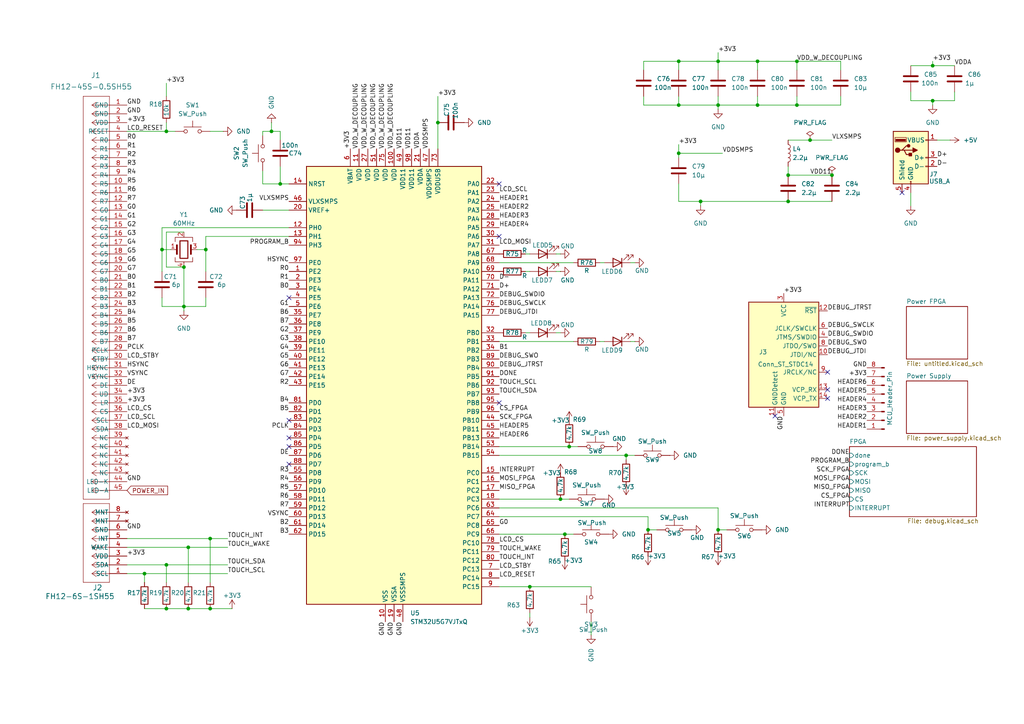
<source format=kicad_sch>
(kicad_sch (version 20250114) (generator "eeschema") (generator_version "9.0")
  (paper "A4")
  (junction (at 228.6 50.8))
  (junction (at 270.51 19.05))
  (junction (at 153.67 170.18))
  (junction (at 48.26 163.83))
  (junction (at 208.28 30.48))
  (junction (at 127 35.56))
  (junction (at 59.69 72.39))
  (junction (at 163.83 154.94))
  (junction (at 270.51 29.21))
  (junction (at 196.85 17.78))
  (junction (at 219.71 17.78))
  (junction (at 241.3 50.8))
  (junction (at 54.61 176.53))
  (junction (at 81.28 53.34))
  (junction (at 234.95 40.64))
  (junction (at 78.74 38.1))
  (junction (at 60.96 176.53))
  (junction (at 208.28 153.67))
  (junction (at 228.6 58.42))
  (junction (at 219.71 30.48))
  (junction (at 48.26 176.53))
  (junction (at 46.99 72.39))
  (junction (at 208.28 17.78))
  (junction (at 53.34 88.9))
  (junction (at 53.34 77.47))
  (junction (at 165.1 129.54))
  (junction (at 203.2 58.42))
  (junction (at 181.61 132.08))
  (junction (at 187.96 153.67))
  (junction (at 41.91 166.37))
  (junction (at 60.96 156.21))
  (junction (at 196.85 30.48))
  (junction (at 231.14 17.78))
  (junction (at 54.61 158.75))
  (junction (at 231.14 30.48))
  (junction (at 196.85 44.45))
  (junction (at 162.56 144.78))
  (junction (at 48.26 38.1))
  (no_connect (at 144.78 53.34))
  (no_connect (at 240.03 107.95))
  (no_connect (at 144.78 116.84))
  (no_connect (at 240.03 115.57))
  (no_connect (at 144.78 68.58))
  (no_connect (at 224.79 120.65))
  (no_connect (at 83.82 86.36))
  (no_connect (at 240.03 113.03))
  (no_connect (at 83.82 134.62))
  (no_connect (at 83.82 121.92))
  (no_connect (at 83.82 129.54))
  (no_connect (at 83.82 127))
  (no_connect (at 261.62 55.88))
  (wire (pts (xy 181.61 133.35) (xy 181.61 132.08)))
  (wire (pts (xy 196.85 58.42) (xy 203.2 58.42)))
  (wire (pts (xy 208.28 15.24) (xy 208.28 17.78)))
  (wire (pts (xy 228.6 50.8) (xy 241.3 50.8)))
  (wire (pts (xy 186.69 27.94) (xy 186.69 30.48)))
  (wire (pts (xy 270.51 29.21) (xy 276.86 29.21)))
  (wire (pts (xy 59.69 68.58) (xy 59.69 72.39)))
  (wire (pts (xy 208.28 153.67) (xy 210.82 153.67)))
  (wire (pts (xy 264.16 26.67) (xy 264.16 29.21)))
  (wire (pts (xy 203.2 58.42) (xy 228.6 58.42)))
  (wire (pts (xy 208.28 17.78) (xy 196.85 17.78)))
  (wire (pts (xy 243.84 30.48) (xy 243.84 27.94)))
  (wire (pts (xy 228.6 40.64) (xy 234.95 40.64)))
  (wire (pts (xy 153.67 177.8) (xy 153.67 179.07)))
  (wire (pts (xy 186.69 30.48) (xy 196.85 30.48)))
  (wire (pts (xy 270.51 29.21) (xy 270.51 30.48)))
  (wire (pts (xy 36.83 158.75) (xy 54.61 158.75)))
  (wire (pts (xy 187.96 149.86) (xy 187.96 153.67)))
  (wire (pts (xy 181.61 132.08) (xy 184.15 132.08)))
  (wire (pts (xy 270.51 17.78) (xy 270.51 19.05)))
  (wire (pts (xy 59.69 72.39) (xy 59.69 78.74)))
  (wire (pts (xy 234.95 40.64) (xy 241.3 40.64)))
  (wire (pts (xy 76.2 39.37) (xy 76.2 38.1)))
  (wire (pts (xy 46.99 66.04) (xy 46.99 72.39)))
  (wire (pts (xy 41.91 176.53) (xy 48.26 176.53)))
  (wire (pts (xy 48.26 176.53) (xy 54.61 176.53)))
  (wire (pts (xy 153.67 170.18) (xy 171.45 170.18)))
  (wire (pts (xy 76.2 60.96) (xy 83.82 60.96)))
  (wire (pts (xy 48.26 38.1) (xy 50.8 38.1)))
  (wire (pts (xy 203.2 58.42) (xy 203.2 59.69)))
  (wire (pts (xy 48.26 24.13) (xy 48.26 27.94)))
  (wire (pts (xy 83.82 68.58) (xy 59.69 68.58)))
  (wire (pts (xy 81.28 48.26) (xy 81.28 53.34)))
  (wire (pts (xy 81.28 53.34) (xy 83.82 53.34)))
  (wire (pts (xy 144.78 76.2) (xy 166.37 76.2)))
  (wire (pts (xy 182.88 76.2) (xy 184.15 76.2)))
  (wire (pts (xy 165.1 129.54) (xy 167.64 129.54)))
  (wire (pts (xy 161.29 96.52) (xy 162.56 96.52)))
  (wire (pts (xy 270.51 19.05) (xy 276.86 19.05)))
  (wire (pts (xy 144.78 147.32) (xy 208.28 147.32)))
  (wire (pts (xy 53.34 88.9) (xy 59.69 88.9)))
  (wire (pts (xy 41.91 166.37) (xy 41.91 168.91)))
  (wire (pts (xy 276.86 29.21) (xy 276.86 26.67)))
  (wire (pts (xy 231.14 17.78) (xy 243.84 17.78)))
  (wire (pts (xy 196.85 17.78) (xy 186.69 17.78)))
  (wire (pts (xy 152.4 78.74) (xy 153.67 78.74)))
  (wire (pts (xy 264.16 19.05) (xy 270.51 19.05)))
  (wire (pts (xy 243.84 17.78) (xy 243.84 20.32)))
  (wire (pts (xy 78.74 38.1) (xy 78.74 35.56)))
  (wire (pts (xy 228.6 58.42) (xy 241.3 58.42)))
  (wire (pts (xy 152.4 73.66) (xy 153.67 73.66)))
  (wire (pts (xy 208.28 30.48) (xy 219.71 30.48)))
  (wire (pts (xy 60.96 38.1) (xy 64.77 38.1)))
  (wire (pts (xy 59.69 72.39) (xy 57.15 72.39)))
  (wire (pts (xy 144.78 149.86) (xy 187.96 149.86)))
  (wire (pts (xy 208.28 147.32) (xy 208.28 153.67)))
  (wire (pts (xy 48.26 67.31) (xy 48.26 77.47)))
  (wire (pts (xy 127 35.56) (xy 127 43.18)))
  (wire (pts (xy 66.04 166.37) (xy 41.91 166.37)))
  (wire (pts (xy 83.82 66.04) (xy 46.99 66.04)))
  (wire (pts (xy 59.69 86.36) (xy 59.69 88.9)))
  (wire (pts (xy 196.85 41.91) (xy 196.85 44.45)))
  (wire (pts (xy 48.26 163.83) (xy 48.26 168.91)))
  (wire (pts (xy 127 27.94) (xy 127 35.56)))
  (wire (pts (xy 208.28 27.94) (xy 208.28 30.48)))
  (wire (pts (xy 196.85 30.48) (xy 208.28 30.48)))
  (wire (pts (xy 173.99 76.2) (xy 175.26 76.2)))
  (wire (pts (xy 60.96 156.21) (xy 60.96 168.91)))
  (wire (pts (xy 66.04 163.83) (xy 48.26 163.83)))
  (wire (pts (xy 271.78 40.64) (xy 275.59 40.64)))
  (wire (pts (xy 67.31 176.53) (xy 60.96 176.53)))
  (wire (pts (xy 208.28 30.48) (xy 208.28 31.75)))
  (wire (pts (xy 162.56 144.78) (xy 144.78 144.78)))
  (wire (pts (xy 76.2 38.1) (xy 78.74 38.1)))
  (wire (pts (xy 46.99 86.36) (xy 46.99 88.9)))
  (wire (pts (xy 144.78 129.54) (xy 165.1 129.54)))
  (wire (pts (xy 264.16 55.88) (xy 264.16 59.69)))
  (wire (pts (xy 46.99 88.9) (xy 53.34 88.9)))
  (wire (pts (xy 196.85 44.45) (xy 209.55 44.45)))
  (wire (pts (xy 54.61 158.75) (xy 66.04 158.75)))
  (wire (pts (xy 161.29 73.66) (xy 162.56 73.66)))
  (wire (pts (xy 144.78 154.94) (xy 163.83 154.94)))
  (wire (pts (xy 36.83 38.1) (xy 48.26 38.1)))
  (wire (pts (xy 219.71 30.48) (xy 231.14 30.48)))
  (wire (pts (xy 48.26 77.47) (xy 53.34 77.47)))
  (wire (pts (xy 54.61 176.53) (xy 60.96 176.53)))
  (wire (pts (xy 53.34 67.31) (xy 48.26 67.31)))
  (wire (pts (xy 196.85 27.94) (xy 196.85 30.48)))
  (wire (pts (xy 76.2 49.53) (xy 76.2 53.34)))
  (wire (pts (xy 60.96 156.21) (xy 36.83 156.21)))
  (wire (pts (xy 53.34 88.9) (xy 53.34 90.17)))
  (wire (pts (xy 76.2 53.34) (xy 81.28 53.34)))
  (wire (pts (xy 144.78 99.06) (xy 166.37 99.06)))
  (wire (pts (xy 228.6 48.26) (xy 228.6 50.8)))
  (wire (pts (xy 208.28 17.78) (xy 219.71 17.78)))
  (wire (pts (xy 66.04 156.21) (xy 60.96 156.21)))
  (wire (pts (xy 161.29 78.74) (xy 162.56 78.74)))
  (wire (pts (xy 219.71 17.78) (xy 231.14 17.78)))
  (wire (pts (xy 48.26 163.83) (xy 36.83 163.83)))
  (wire (pts (xy 144.78 170.18) (xy 153.67 170.18)))
  (wire (pts (xy 41.91 166.37) (xy 36.83 166.37)))
  (wire (pts (xy 196.85 17.78) (xy 196.85 20.32)))
  (wire (pts (xy 187.96 153.67) (xy 190.5 153.67)))
  (wire (pts (xy 144.78 132.08) (xy 181.61 132.08)))
  (wire (pts (xy 186.69 17.78) (xy 186.69 20.32)))
  (wire (pts (xy 231.14 30.48) (xy 243.84 30.48)))
  (wire (pts (xy 162.56 144.78) (xy 165.1 144.78)))
  (wire (pts (xy 219.71 17.78) (xy 219.71 20.32)))
  (wire (pts (xy 46.99 72.39) (xy 46.99 78.74)))
  (wire (pts (xy 208.28 17.78) (xy 208.28 20.32)))
  (wire (pts (xy 81.28 38.1) (xy 81.28 40.64)))
  (wire (pts (xy 196.85 44.45) (xy 196.85 45.72)))
  (wire (pts (xy 171.45 180.34) (xy 171.45 184.15)))
  (wire (pts (xy 219.71 27.94) (xy 219.71 30.48)))
  (wire (pts (xy 196.85 53.34) (xy 196.85 58.42)))
  (wire (pts (xy 48.26 35.56) (xy 48.26 38.1)))
  (wire (pts (xy 54.61 168.91) (xy 54.61 158.75)))
  (wire (pts (xy 231.14 30.48) (xy 231.14 27.94)))
  (wire (pts (xy 264.16 29.21) (xy 270.51 29.21)))
  (wire (pts (xy 182.88 99.06) (xy 184.15 99.06)))
  (wire (pts (xy 78.74 38.1) (xy 81.28 38.1)))
  (wire (pts (xy 46.99 72.39) (xy 49.53 72.39)))
  (wire (pts (xy 173.99 99.06) (xy 175.26 99.06)))
  (wire (pts (xy 231.14 17.78) (xy 231.14 20.32)))
  (wire (pts (xy 163.83 154.94) (xy 166.37 154.94)))
  (wire (pts (xy 152.4 96.52) (xy 153.67 96.52)))
  (wire (pts (xy 53.34 77.47) (xy 53.34 88.9)))
  (label "+3V3" (at 227.33 85.09 0))
  (label "B3" (at 83.82 154.94 180))
  (label "TOUCH_SDA" (at 144.78 114.3 0))
  (label "LCD_CS" (at 36.83 119.38 0))
  (label "PCLK" (at 83.82 124.46 180))
  (label "G6" (at 36.83 76.2 0))
  (label "+3V3" (at 48.26 24.13 0))
  (label "VDDSMPS" (at 209.55 44.45 0))
  (label "DEBUG_SWCLK" (at 240.03 95.25 0))
  (label "R1" (at 83.82 81.28 180))
  (label "GND" (at 111.76 180.34 270))
  (label "VLXSMPS" (at 83.82 58.42 180))
  (label "+3V3" (at 36.83 116.84 0))
  (label "+3V3" (at 36.83 114.3 0))
  (label "R2" (at 83.82 111.76 180))
  (label "HSYNC" (at 36.83 106.68 0))
  (label "B0" (at 83.82 83.82 180))
  (label "PROGRAM_B" (at 246.38 134.62 180))
  (label "DEBUG_JTDI" (at 240.03 102.87 0))
  (label "VDD11" (at 234.95 50.8 0))
  (label "VDD11" (at 119.38 43.18 90))
  (label "SCK_FPGA" (at 246.38 137.16 180))
  (label "LCD_MOSI" (at 36.83 124.46 0))
  (label "DEBUG_JTRST" (at 240.03 90.17 0))
  (label "R0" (at 83.82 78.74 180))
  (label "TOUCH_SCL" (at 144.78 111.76 0))
  (label "G5" (at 36.83 73.66 0))
  (label "+3V3" (at 196.85 41.91 0))
  (label "VDDA" (at 121.92 43.18 90))
  (label "R5" (at 36.83 53.34 0))
  (label "G4" (at 83.82 101.6 180))
  (label "LCD_MOSI" (at 144.78 71.12 0))
  (label "R2" (at 36.83 45.72 0))
  (label "VDD_W_DECOUPLING" (at 104.14 43.18 90))
  (label "GND" (at 116.84 180.34 270))
  (label "DEBUG_SWO" (at 240.03 100.33 0))
  (label "B2" (at 36.83 86.36 0))
  (label "G6" (at 83.82 106.68 180))
  (label "B5" (at 83.82 119.38 180))
  (label "HSYNC" (at 83.82 76.2 180))
  (label "D-" (at 271.78 48.26 0))
  (label "DONE" (at 246.38 132.08 180))
  (label "DONE" (at 144.78 109.22 0))
  (label "GND" (at 36.83 153.67 0))
  (label "TOUCH_SDA" (at 66.04 163.83 0))
  (label "VDD_W_DECOUPLING" (at 109.22 43.18 90))
  (label "DE" (at 83.82 132.08 180))
  (label "INTERRUPT" (at 144.78 137.16 0))
  (label "CS_FPGA" (at 144.78 119.38 0))
  (label "G1" (at 36.83 63.5 0))
  (label "HEADER2" (at 144.78 60.96 0))
  (label "GND" (at 36.83 33.02 0))
  (label "DEBUG_SWDIO" (at 144.78 86.36 0))
  (label "R3" (at 36.83 48.26 0))
  (label "VDD_W_DECOUPLING" (at 231.14 17.78 0))
  (label "INTERRUPT" (at 246.38 147.32 180))
  (label "VDDA" (at 276.86 19.05 0))
  (label "HEADER1" (at 144.78 58.42 0))
  (label "+3V3" (at 251.46 109.22 180))
  (label "GND" (at 251.46 106.68 180))
  (label "HEADER1" (at 251.46 124.46 180))
  (label "HEADER2" (at 251.46 121.92 180))
  (label "HEADER5" (at 251.46 114.3 180))
  (label "HEADER3" (at 251.46 119.38 180))
  (label "HEADER6" (at 251.46 111.76 180))
  (label "R5" (at 83.82 142.24 180))
  (label "MOSI_FPGA" (at 246.38 139.7 180))
  (label "TOUCH_INT" (at 66.04 156.21 0))
  (label "GND" (at 36.83 30.48 0))
  (label "B6" (at 83.82 91.44 180))
  (label "VLXSMPS" (at 241.3 40.64 0))
  (label "G4" (at 36.83 71.12 0))
  (label "R6" (at 83.82 144.78 180))
  (label "MISO_FPGA" (at 246.38 142.24 180))
  (label "MISO_FPGA" (at 144.78 142.24 0))
  (label "R4" (at 83.82 139.7 180))
  (label "HEADER3" (at 144.78 63.5 0))
  (label "VDD_W_DECOUPLING" (at 106.68 43.18 90))
  (label "DEBUG_SWDIO" (at 240.03 97.79 0))
  (label "B7" (at 83.82 93.98 180))
  (label "G7" (at 83.82 109.22 180))
  (label "R6" (at 36.83 55.88 0))
  (label "DE" (at 36.83 111.76 0))
  (label "VSYNC" (at 83.82 149.86 180))
  (label "DEBUG_JTDI" (at 144.78 91.44 0))
  (label "GND" (at 227.33 120.65 270))
  (label "D+" (at 271.78 45.72 0))
  (label "MOSI_FPGA" (at 144.78 139.7 0))
  (label "+3V3" (at 101.6 43.18 90))
  (label "G2" (at 36.83 66.04 0))
  (label "+3V3" (at 127 27.94 0))
  (label "PROGRAM_B" (at 83.82 71.12 180))
  (label "VDD_W_DECOUPLING" (at 114.3 43.18 90))
  (label "VDD_W_DECOUPLING" (at 111.76 43.18 90))
  (label "+3V3" (at 36.83 35.56 0))
  (label "B7" (at 36.83 99.06 0))
  (label "G3" (at 83.82 99.06 180))
  (label "R7" (at 83.82 147.32 180))
  (label "CS_FPGA" (at 246.38 144.78 180))
  (label "+3V3" (at 208.28 15.24 0))
  (label "B6" (at 36.83 96.52 0))
  (label "R4" (at 36.83 50.8 0))
  (label "LCD_SCL" (at 144.78 55.88 0))
  (label "+3V3" (at 36.83 161.29 0))
  (label "HEADER4" (at 251.46 116.84 180))
  (label "TOUCH_WAKE" (at 144.78 160.02 0))
  (label "HEADER6" (at 144.78 127 0))
  (label "HEADER5" (at 144.78 124.46 0))
  (label "HEADER4" (at 144.78 66.04 0))
  (label "LCD_RESET" (at 36.83 38.1 0))
  (label "VSYNC" (at 36.83 109.22 0))
  (label "B4" (at 36.83 91.44 0))
  (label "LCD_SCL" (at 36.83 121.92 0))
  (label "R0" (at 36.83 40.64 0))
  (label "D-" (at 144.78 81.28 0))
  (label "D+" (at 144.78 83.82 0))
  (label "B5" (at 36.83 93.98 0))
  (label "VDDSMPS" (at 124.46 43.18 90))
  (label "GND" (at 114.3 180.34 270))
  (label "VDD11" (at 116.84 43.18 90))
  (label "G7" (at 36.83 78.74 0))
  (label "TOUCH_WAKE" (at 66.04 158.75 0))
  (label "B0" (at 36.83 81.28 0))
  (label "SCK_FPGA" (at 144.78 121.92 0))
  (label "B3" (at 36.83 88.9 0))
  (label "R3" (at 83.82 137.16 180))
  (label "+3V3" (at 270.51 17.78 0))
  (label "DEBUG_SWCLK" (at 144.78 88.9 0))
  (label "TOUCH_SCL" (at 66.04 166.37 0))
  (label "DEBUG_SWO" (at 144.78 104.14 0))
  (label "B2" (at 83.82 152.4 180))
  (label "G0" (at 144.78 152.4 0))
  (label "PCLK" (at 36.83 101.6 0))
  (label "B1" (at 144.78 101.6 0))
  (label "LCD_RESET" (at 144.78 167.64 0))
  (label "LCD_CS" (at 144.78 157.48 0))
  (label "R7" (at 36.83 58.42 0))
  (label "LCD_STBY" (at 36.83 104.14 0))
  (label "G5" (at 83.82 104.14 180))
  (label "DEBUG_JTRST" (at 144.78 106.68 0))
  (label "GND" (at 36.83 139.7 0))
  (label "B4" (at 83.82 116.84 180))
  (label "G1" (at 83.82 88.9 180))
  (label "R1" (at 36.83 43.18 0))
  (label "G3" (at 36.83 68.58 0))
  (label "B1" (at 36.83 83.82 0))
  (label "LCD_STBY" (at 144.78 165.1 0))
  (label "TOUCH_INT" (at 144.78 162.56 0))
  (label "G2" (at 83.82 96.52 180))
  (label "G0" (at 36.83 60.96 0))
  (global_label "POWER_IN" (shape input) (at 36.83 142.24 0) (property "Intersheetrefs" "${INTERSHEET_REFS}" (effects (hide yes))))
  (symbol (lib_id "power:+3V3") (at 208.28 161.29 180) (unit 1)
    (property "Reference" "#PWR071" (effects (hide yes)))
    (property "Value" "+3V3" (at 210.82 161.29 0))
    (property "Description" "Power symbol creates a global label with name \"+3V3\"" (effects (hide yes)))
  )
  (symbol (lib_id "power:GND") (at 68.58 60.96 270) (unit 1)
    (property "Reference" "#PWR040" (effects (hide yes)))
    (property "Value" "GND" (at 64.77 60.9599 90) (effects (justify right)))
    (property "Description" "Power symbol creates a global label with name \"GND\" , ground" (effects (hide yes)))
  )
  (symbol (lib_id "power:+3V3") (at 187.96 161.29 180) (unit 1)
    (property "Reference" "#PWR069" (effects (hide yes)))
    (property "Value" "+3V3" (at 190.5 161.29 0))
    (property "Description" "Power symbol creates a global label with name \"+3V3\"" (effects (hide yes)))
  )
  (symbol (lib_id "Switch:SW_Push") (at 76.2 44.45 90) (unit 1)
    (property "Reference" "SW2" (at 68.58 44.45 0))
    (property "Value" "SW_Push" (at 71.12 44.45 0))
    (property "Description" "Push button switch, generic, two pins" (effects (hide yes)))
  )
  (symbol (lib_id "Switch:SW_Push") (at 195.58 153.67 0) (unit 1)
    (property "Reference" "SW5" (at 195.58 154.686 0))
    (property "Value" "SW_Push" (at 195.58 150.114 0))
    (property "Description" "Push button switch, generic, two pins" (effects (hide yes)))
  )
  (symbol (lib_id "Device:R") (at 163.83 158.75 180) (unit 1)
    (property "Reference" "R65" (at 162.814 162.814 0) (effects (justify left)))
    (property "Value" "4.7k" (at 163.83 156.718 90) (effects (justify left)))
    (property "Description" "Resistor" (effects (hide yes)))
  )
  (symbol (lib_id "power:+5V") (at 275.59 40.64 270) (unit 1)
    (property "Reference" "#PWR074" (effects (hide yes)))
    (property "Value" "+5V" (at 279.4 40.6399 90) (effects (justify left)))
    (property "Description" "Power symbol creates a global label with name \"+5V\"" (effects (hide yes)))
  )
  (symbol (lib_id "power:GND") (at 162.56 96.52 90) (unit 1)
    (property "Reference" "#PWR088" (effects (hide yes)))
    (property "Value" "GND" (at 162.56 94.234 90) (effects (justify right)))
    (property "Description" "Power symbol creates a global label with name \"GND\" , ground" (effects (hide yes)))
  )
  (symbol (lib_id "Device:LED") (at 179.07 76.2 180) (unit 1)
    (property "Reference" "D6" (at 179.324 78.74 0))
    (property "Value" "LED" (at 176.276 78.74 0))
    (property "Description" "Light emitting diode" (effects (hide yes)))
    (property "Sim.Pins" "1=K 2=A" (effects (hide yes)))
  )
  (symbol (lib_id "power:GND") (at 177.8 129.54 90) (unit 1)
    (property "Reference" "#PWR078" (effects (hide yes)))
    (property "Value" "GND" (at 177.546 127.254 90) (effects (justify right)))
    (property "Description" "Power symbol creates a global label with name \"GND\" , ground" (effects (hide yes)))
  )
  (symbol (lib_id "Connector:Conn_ST_STDC14") (at 227.33 102.87 0) (unit 1)
    (property "Reference" "J3" (at 222.504 102.108 0) (effects (justify right)))
    (property "Value" "Conn_ST_STDC14" (at 235.966 105.664 0) (effects (justify right)))
    (property "Footprint" "Connector_PinHeader_1.27mm:PinHeader_2x07_P1.27mm_Vertical" (effects (hide yes)))
    (property "Datasheet" "https://www.st.com/content/ccc/resource/technical/document/user_manual/group1/99/49/91/b6/b2/3a/46/e5/DM00526767/files/DM00526767.pdf/jcr:content/translations/en.DM00526767.pdf" (effects (hide yes)))
    (property "Description" "ST Debug Connector, standard ARM Cortex-M SWD and JTAG interface plus UART" (effects (hide yes)))
  )
  (symbol (lib_id "Switch:SW_Push") (at 170.18 144.78 0) (unit 1)
    (property "Reference" "SW7" (at 170.18 146.05 0))
    (property "Value" "SW_Push" (at 170.18 140.716 0))
    (property "Description" "Push button switch, generic, two pins" (effects (hide yes)))
  )
  (symbol (lib_id "Device:C") (at 276.86 22.86 0) (unit 1)
    (property "Reference" "C86" (at 280.67 21.5899 0) (effects (justify left)))
    (property "Value" "1µ" (at 279.908 24.13 0) (effects (justify left)))
    (property "Description" "Unpolarized capacitor" (effects (hide yes)))
  )
  (symbol (lib_id "power:GND") (at 184.15 76.2 90) (unit 1)
    (property "Reference" "#PWR086" (effects (hide yes)))
    (property "Value" "GND" (at 184.15 78.486 90) (effects (justify right)))
    (property "Description" "Power symbol creates a global label with name \"GND\" , ground" (effects (hide yes)))
  )
  (symbol (lib_id "Device:R") (at 148.59 73.66 90) (unit 1)
    (property "Reference" "R75" (at 148.59 73.66 90))
    (property "Value" "R" (at 152.146 72.644 90))
    (property "Description" "Resistor" (effects (hide yes)))
  )
  (symbol (lib_id "Switch:SW_Push") (at 189.23 132.08 0) (unit 1)
    (property "Reference" "SW9" (at 189.23 133.35 0))
    (property "Value" "SW_Push" (at 189.23 128.016 0))
    (property "Description" "Push button switch, generic, two pins" (effects (hide yes)))
  )
  (symbol (lib_id "Device:R") (at 60.96 172.72 0) (unit 1)
    (property "Reference" "R21" (at 55.88 171.958 0) (effects (justify left)))
    (property "Value" "4.7k" (at 60.96 174.752 90) (effects (font (size 1.143 1.143)) (justify left)))
    (property "Description" "Resistor" (effects (hide yes)))
  )
  (symbol (lib_id "Device:R") (at 153.67 173.99 180) (unit 1)
    (property "Reference" "R63" (at 150.876 175.514 0) (effects (justify left)))
    (property "Value" "4.7k" (at 153.67 171.958 90) (effects (justify left)))
    (property "Description" "Resistor" (effects (hide yes)))
  )
  (symbol (lib_id "power:GND") (at 264.16 59.69 0) (unit 1)
    (property "Reference" "#PWR073" (effects (hide yes)))
    (property "Value" "GND" (at 264.16 64.77 0))
    (property "Description" "Power symbol creates a global label with name \"GND\" , ground" (effects (hide yes)))
  )
  (symbol (lib_id "Device:R") (at 162.56 140.97 0) (unit 1)
    (property "Reference" "R68" (at 163.576 136.906 0) (effects (justify left)))
    (property "Value" "4.7k" (at 162.56 143.002 90) (effects (justify left)))
    (property "Description" "Resistor" (effects (hide yes)))
  )
  (symbol (lib_id "power:GND") (at 208.28 31.75 0) (unit 1)
    (property "Reference" "#PWR044" (effects (hide yes)))
    (property "Value" "GND" (at 208.28 36.83 0))
    (property "Description" "Power symbol creates a global label with name \"GND\" , ground" (effects (hide yes)))
  )
  (symbol (lib_id "Device:C") (at 219.71 24.13 0) (unit 1)
    (property "Reference" "C80" (at 223.52 22.8599 0) (effects (justify left)))
    (property "Value" "100n" (at 223.52 25.3999 0) (effects (justify left)))
    (property "Description" "Unpolarized capacitor" (effects (hide yes)))
  )
  (symbol (lib_id "Device:R") (at 48.26 172.72 0) (unit 1)
    (property "Reference" "R19" (at 43.18 171.958 0) (effects (justify left)))
    (property "Value" "4.7k" (at 48.26 174.752 90) (effects (font (size 1.143 1.143)) (justify left)))
    (property "Description" "Resistor" (effects (hide yes)))
  )
  (symbol (lib_id "Switch:SW_Push") (at 215.9 153.67 0) (unit 1)
    (property "Reference" "SW6" (at 215.9 155.448 0))
    (property "Value" "SW_Push" (at 215.9 149.606 0))
    (property "Description" "Push button switch, generic, two pins" (effects (hide yes)))
  )
  (symbol (lib_id "Device:LED") (at 157.48 96.52 180) (unit 1)
    (property "Reference" "D8" (at 158.75 93.726 0))
    (property "Value" "LED" (at 155.702 93.726 0))
    (property "Description" "Light emitting diode" (effects (hide yes)))
    (property "Sim.Pins" "1=K 2=A" (effects (hide yes)))
  )
  (symbol (lib_id "Device:LED") (at 157.48 78.74 180) (unit 1)
    (property "Reference" "D7" (at 159.004 81.28 0))
    (property "Value" "LED" (at 155.956 81.28 0))
    (property "Description" "Light emitting diode" (effects (hide yes)))
    (property "Sim.Pins" "1=K 2=A" (effects (hide yes)))
  )
  (symbol (lib_id "power:+3V3") (at 163.83 162.56 180) (unit 1)
    (property "Reference" "#PWR068" (effects (hide yes)))
    (property "Value" "+3V3" (at 166.37 162.56 0))
    (property "Description" "Power symbol creates a global label with name \"+3V3\"" (effects (hide yes)))
  )
  (symbol (lib_id "Device:C") (at 264.16 22.86 0) (unit 1)
    (property "Reference" "C85" (at 267.97 21.5899 0) (effects (justify left)))
    (property "Value" "100n" (at 267.208 24.13 0) (effects (justify left)))
    (property "Description" "Unpolarized capacitor" (effects (hide yes)))
  )
  (symbol (lib_id "Device:R") (at 208.28 157.48 180) (unit 1)
    (property "Reference" "R67" (at 207.264 161.544 0) (effects (justify left)))
    (property "Value" "4.7k" (at 208.28 155.448 90) (effects (justify left)))
    (property "Description" "Resistor" (effects (hide yes)))
  )
  (symbol (lib_id "Device:C") (at 46.99 82.55 0) (unit 1)
    (property "Reference" "C71" (at 47.498 80.264 0) (effects (justify left)))
    (property "Value" "6p" (at 49.784 82.55 0) (effects (justify left)))
    (property "Description" "Unpolarized capacitor" (effects (hide yes)))
  )
  (symbol (lib_id "power:+3V3") (at 153.67 179.07 180) (unit 1)
    (property "Reference" "#PWR03" (effects (hide yes)))
    (property "Value" "+3V3" (at 153.67 182.88 0))
    (property "Description" "Power symbol creates a global label with name \"+3V3\"" (effects (hide yes)))
  )
  (symbol (lib_id "Device:LED") (at 157.48 73.66 180) (unit 1)
    (property "Reference" "D5" (at 159.004 71.12 0))
    (property "Value" "LED" (at 156.21 71.12 0))
    (property "Description" "Light emitting diode" (effects (hide yes)))
    (property "Sim.Pins" "1=K 2=A" (effects (hide yes)))
  )
  (symbol (lib_id "2025-09-15_09-29-33:FH12-6S-1SH55") (at 36.83 166.37 180) (unit 1)
    (property "Reference" "J2" (at 29.718 170.434 0) (effects (font (size 1.524 1.524)) (justify left)))
    (property "Value" "FH12-6S-1SH55" (at 33.274 172.974 0) (effects (font (size 1.524 1.524)) (justify left)))
    (property "Footprint" "tegnebrett_modules:CON6_1X6_DRBF_HST_HIR" (effects (hide yes)))
    (property "Datasheet" "FH12-6S-1SH55" (effects (hide yes)))
    (property "Sim.Library" "./" (effects (hide yes)))
    (property "Sim.Name" "<unbekannt>" (effects (hide yes)))
  )
  (symbol (lib_id "power:PWR_FLAG") (at 241.3 50.8 0) (unit 1)
    (property "Reference" "#FLG04" (effects (hide yes)))
    (property "Value" "PWR_FLAG" (at 241.3 45.72 0))
    (property "Description" "Special symbol for telling ERC where power comes from" (effects (hide yes)))
  )
  (symbol (lib_id "Device:R") (at 187.96 157.48 180) (unit 1)
    (property "Reference" "R66" (at 186.944 161.544 0) (effects (justify left)))
    (property "Value" "4.7k" (at 187.96 155.448 90) (effects (justify left)))
    (property "Description" "Resistor" (effects (hide yes)))
  )
  (symbol (lib_id "Device:C") (at 59.69 82.55 0) (unit 1)
    (property "Reference" "C72" (at 60.706 80.264 0) (effects (justify left)))
    (property "Value" "6p" (at 62.992 82.55 0) (effects (justify left)))
    (property "Description" "Unpolarized capacitor" (effects (hide yes)))
  )
  (symbol (lib_id "Connector:Conn_01x08_Pin") (at 256.54 116.84 180) (unit 1)
    (property "Reference" "J5" (effects (hide yes)))
    (property "Value" "MCU_Header_Pin" (at 258.064 123.444 90) (effects (justify right)))
    (property "Footprint" "Connector_PinHeader_2.54mm:PinHeader_1x08_P2.54mm_Vertical" (effects (hide yes)))
    (property "Description" "Generic connector, single row, 01x08, script generated" (effects (hide yes)))
  )
  (symbol (lib_id "power:GND") (at 162.56 78.74 90) (unit 1)
    (property "Reference" "#PWR087" (effects (hide yes)))
    (property "Value" "GND" (at 162.56 81.28 90) (effects (justify right)))
    (property "Description" "Power symbol creates a global label with name \"GND\" , ground" (effects (hide yes)))
  )
  (symbol (lib_id "power:GND") (at 270.51 30.48 0) (unit 1)
    (property "Reference" "#PWR046" (effects (hide yes)))
    (property "Value" "GND" (at 270.51 35.56 0))
    (property "Description" "Power symbol creates a global label with name \"GND\" , ground" (effects (hide yes)))
  )
  (symbol (lib_id "Device:R") (at 165.1 125.73 0) (unit 1)
    (property "Reference" "R69" (at 166.116 121.666 0) (effects (justify left)))
    (property "Value" "4.7k" (at 165.1 127.762 90) (effects (justify left)))
    (property "Description" "Resistor" (effects (hide yes)))
  )
  (symbol (lib_id "Device:R") (at 54.61 172.72 0) (unit 1)
    (property "Reference" "R20" (at 49.53 171.958 0) (effects (justify left)))
    (property "Value" "4.7k" (at 54.61 174.752 90) (effects (font (size 1.143 1.143)) (justify left)))
    (property "Description" "Resistor" (effects (hide yes)))
  )
  (symbol (lib_id "Device:C") (at 241.3 54.61 0) (unit 1)
    (property "Reference" "C84" (at 245.11 53.3399 0) (effects (justify left)))
    (property "Value" "2.2µ" (at 245.11 55.8799 0) (effects (justify left)))
    (property "Description" "Unpolarized capacitor" (effects (hide yes)))
  )
  (symbol (lib_id "Device:Crystal_GND24") (at 53.34 72.39 0) (unit 1)
    (property "Reference" "Y1" (at 53.34 62.23 0))
    (property "Value" "60MHz" (at 53.34 64.77 0))
    (property "Description" "Four pin crystal, GND on pins 2 and 4" (effects (hide yes)))
  )
  (symbol (lib_id "power:GND") (at 53.34 90.17 0) (unit 1)
    (property "Reference" "#PWR038" (effects (hide yes)))
    (property "Value" "GND" (at 53.34 95.25 0))
    (property "Description" "Power symbol creates a global label with name \"GND\" , ground" (effects (hide yes)))
  )
  (symbol (lib_id "Device:C") (at 186.69 24.13 0) (unit 1)
    (property "Reference" "C76" (at 190.5 22.8599 0) (effects (justify left)))
    (property "Value" "100n" (at 189.738 25.4 0) (effects (justify left)))
    (property "Description" "Unpolarized capacitor" (effects (hide yes)))
  )
  (symbol (lib_id "power:GND") (at 78.74 35.56 180) (unit 1)
    (property "Reference" "#PWR041" (effects (hide yes)))
    (property "Value" "GND" (at 78.7399 31.75 90) (effects (justify right)))
    (property "Description" "Power symbol creates a global label with name \"GND\" , ground" (effects (hide yes)))
  )
  (symbol (lib_id "Device:C") (at 130.81 35.56 90) (unit 1)
    (property "Reference" "C75" (at 129.54 33.782 0) (effects (justify left)))
    (property "Value" "100n" (at 132.0801 34.544 0) (effects (justify left)))
    (property "Description" "Unpolarized capacitor" (effects (hide yes)))
  )
  (symbol (lib_id "Switch:SW_Push") (at 172.72 129.54 0) (unit 1)
    (property "Reference" "SW8" (at 172.72 130.81 0))
    (property "Value" "SW_Push" (at 172.72 125.476 0))
    (property "Description" "Push button switch, generic, two pins" (effects (hide yes)))
  )
  (symbol (lib_id "power:GND") (at 171.45 184.15 0) (unit 1)
    (property "Reference" "#PWR043" (effects (hide yes)))
    (property "Value" "GND" (at 171.4501 187.96 90) (effects (justify right)))
    (property "Description" "Power symbol creates a global label with name \"GND\" , ground" (effects (hide yes)))
  )
  (symbol (lib_id "power:GND") (at 64.77 38.1 90) (unit 1)
    (property "Reference" "#PWR039" (effects (hide yes)))
    (property "Value" "GND" (at 68.58 38.0999 90) (effects (justify right)))
    (property "Description" "Power symbol creates a global label with name \"GND\" , ground" (effects (hide yes)))
  )
  (symbol (lib_id "power:GND") (at 134.62 35.56 90) (unit 1)
    (property "Reference" "#PWR042" (effects (hide yes)))
    (property "Value" "GND" (at 138.43 35.5599 90) (effects (justify right)))
    (property "Description" "Power symbol creates a global label with name \"GND\" , ground" (effects (hide yes)))
  )
  (symbol (lib_id "power:GND") (at 203.2 59.69 0) (unit 1)
    (property "Reference" "#PWR045" (effects (hide yes)))
    (property "Value" "GND" (at 203.2 64.77 0))
    (property "Description" "Power symbol creates a global label with name \"GND\" , ground" (effects (hide yes)))
  )
  (symbol (lib_id "Device:C") (at 72.39 60.96 90) (unit 1)
    (property "Reference" "C73" (at 70.358 60.706 0) (effects (justify left)))
    (property "Value" "1µ" (at 72.39 58.674 0) (effects (justify left)))
    (property "Description" "Unpolarized capacitor" (effects (hide yes)))
  )
  (symbol (lib_id "Connector:USB_A") (at 264.16 45.72 0) (unit 1)
    (property "Reference" "J7" (at 270.764 50.546 0))
    (property "Value" "USB_A" (at 272.542 52.578 0))
    (property "Description" "USB Type A connector" (effects (hide yes)))
  )
  (symbol (lib_id "power:GND") (at 184.15 99.06 90) (unit 1)
    (property "Reference" "#PWR089" (effects (hide yes)))
    (property "Value" "GND" (at 184.15 101.346 90) (effects (justify right)))
    (property "Description" "Power symbol creates a global label with name \"GND\" , ground" (effects (hide yes)))
  )
  (symbol (lib_id "Device:R") (at 148.59 78.74 90) (unit 1)
    (property "Reference" "R77" (at 148.59 78.74 90))
    (property "Value" "R" (at 152.146 80.01 90))
    (property "Description" "Resistor" (effects (hide yes)))
  )
  (symbol (lib_id "Device:C") (at 196.85 24.13 0) (unit 1)
    (property "Reference" "C77" (at 200.66 22.8599 0) (effects (justify left)))
    (property "Value" "100n" (at 200.66 25.3999 0) (effects (justify left)))
    (property "Description" "Unpolarized capacitor" (effects (hide yes)))
  )
  (symbol (lib_id "power:GND") (at 194.31 132.08 90) (unit 1)
    (property "Reference" "#PWR080" (effects (hide yes)))
    (property "Value" "GND" (at 198.12 132.0799 90) (effects (justify right)))
    (property "Description" "Power symbol creates a global label with name \"GND\" , ground" (effects (hide yes)))
  )
  (symbol (lib_id "power:PWR_FLAG") (at 234.95 40.64 0) (unit 1)
    (property "Reference" "#FLG05" (effects (hide yes)))
    (property "Value" "PWR_FLAG" (at 234.95 35.56 0))
    (property "Description" "Special symbol for telling ERC where power comes from" (effects (hide yes)))
  )
  (symbol (lib_id "Device:R") (at 170.18 76.2 90) (unit 1)
    (property "Reference" "R76" (at 170.18 76.2 90))
    (property "Value" "R" (at 170.18 78.486 90))
    (property "Description" "Resistor" (effects (hide yes)))
  )
  (symbol (lib_id "Switch:SW_Push") (at 171.45 154.94 0) (unit 1)
    (property "Reference" "SW4" (at 171.45 157.226 0))
    (property "Value" "SW_Push" (at 171.704 151.638 0))
    (property "Description" "Push button switch, generic, two pins" (effects (hide yes)))
  )
  (symbol (lib_id "Device:LED") (at 179.07 99.06 180) (unit 1)
    (property "Reference" "D9" (at 179.324 101.6 0))
    (property "Value" "LED" (at 176.276 101.6 0))
    (property "Description" "Light emitting diode" (effects (hide yes)))
    (property "Sim.Pins" "1=K 2=A" (effects (hide yes)))
  )
  (symbol (lib_id "2025-09-15_10-55-53:FH12-45S-0.5SH55") (at 36.83 30.48 0) (mirror y) (unit 1)
    (property "Reference" "J1" (at 29.21 21.844 0) (effects (font (size 1.524 1.524)) (justify left)))
    (property "Value" "FH12-45S-0.5SH55" (at 38.354 25.146 0) (effects (font (size 1.524 1.524)) (justify left)))
    (property "Footprint" "tegnebrett_modules:CONN_45S-0.5SH55" (effects (hide yes)))
    (property "Datasheet" "FH12-45S-0.5SH55" (effects (hide yes)))
    (property "Sim.Library" "./" (effects (hide yes)))
  )
  (symbol (lib_id "Device:C") (at 231.14 24.13 0) (unit 1)
    (property "Reference" "C81" (at 234.95 22.8599 0) (effects (justify left)))
    (property "Value" "100n" (at 234.95 25.3999 0) (effects (justify left)))
    (property "Description" "Unpolarized capacitor" (effects (hide yes)))
  )
  (symbol (lib_id "power:GND") (at 175.26 144.78 90) (unit 1)
    (property "Reference" "#PWR076" (effects (hide yes)))
    (property "Value" "GND" (at 174.498 146.558 90) (effects (justify right)))
    (property "Description" "Power symbol creates a global label with name \"GND\" , ground" (effects (hide yes)))
  )
  (symbol (lib_id "Device:R") (at 148.59 96.52 90) (unit 1)
    (property "Reference" "R78" (at 148.59 96.52 90))
    (property "Value" "R" (at 152.146 97.79 90))
    (property "Description" "Resistor" (effects (hide yes)))
  )
  (symbol (lib_id "Device:C") (at 196.85 49.53 0) (unit 1)
    (property "Reference" "C79" (at 200.66 48.2599 0) (effects (justify left)))
    (property "Value" "10µ" (at 200.66 50.7999 0) (effects (justify left)))
    (property "Description" "Unpolarized capacitor" (effects (hide yes)))
  )
  (symbol (lib_id "Device:R") (at 41.91 172.72 0) (unit 1)
    (property "Reference" "R17" (at 36.83 171.958 0) (effects (justify left)))
    (property "Value" "4.7k" (at 41.91 174.752 90) (effects (font (size 1.143 1.143)) (justify left)))
    (property "Description" "Resistor" (effects (hide yes)))
  )
  (symbol (lib_id "power:+3V3") (at 165.1 121.92 0) (unit 1)
    (property "Reference" "#PWR077" (effects (hide yes)))
    (property "Value" "+3V3" (at 162.56 121.92 0))
    (property "Description" "Power symbol creates a global label with name \"+3V3\"" (effects (hide yes)))
  )
  (symbol (lib_id "Device:C") (at 81.28 44.45 180) (unit 1)
    (property "Reference" "C74" (at 87.63 44.45 0) (effects (justify left)))
    (property "Value" "100n" (at 86.614 42.164 0) (effects (justify left)))
    (property "Description" "Unpolarized capacitor" (effects (hide yes)))
  )
  (symbol (lib_id "Device:R") (at 181.61 137.16 180) (unit 1)
    (property "Reference" "R70" (at 180.34 137.16 0) (effects (justify left)))
    (property "Value" "4.7k" (at 181.61 135.128 90) (effects (justify left)))
    (property "Description" "Resistor" (effects (hide yes)))
  )
  (symbol (lib_id "Switch:SW_Push") (at 55.88 38.1 0) (unit 1)
    (property "Reference" "SW1" (at 55.88 30.48 0))
    (property "Value" "SW_Push" (at 55.88 33.02 0))
    (property "Description" "Push button switch, generic, two pins" (effects (hide yes)))
  )
  (symbol (lib_id "Device:R") (at 170.18 99.06 90) (unit 1)
    (property "Reference" "R79" (at 170.18 99.06 90))
    (property "Value" "R" (at 170.18 101.346 90))
    (property "Description" "Resistor" (effects (hide yes)))
  )
  (symbol (lib_id "power:GND") (at 176.53 154.94 90) (unit 1)
    (property "Reference" "#PWR067" (effects (hide yes)))
    (property "Value" "GND" (at 180.34 154.9399 90) (effects (justify right)))
    (property "Description" "Power symbol creates a global label with name \"GND\" , ground" (effects (hide yes)))
  )
  (symbol (lib_id "Device:R") (at 48.26 31.75 0) (unit 1)
    (property "Reference" "R18" (at 43.18 30.226 0) (effects (justify left)))
    (property "Value" "10k" (at 48.26 33.782 90) (effects (justify left)))
    (property "Description" "Resistor" (effects (hide yes)))
  )
  (symbol (lib_id "power:GND") (at 162.56 73.66 90) (unit 1)
    (property "Reference" "#PWR085" (effects (hide yes)))
    (property "Value" "GND" (at 162.56 71.374 90) (effects (justify right)))
    (property "Description" "Power symbol creates a global label with name \"GND\" , ground" (effects (hide yes)))
  )
  (symbol (lib_id "power:+3V3") (at 181.61 140.97 180) (unit 1)
    (property "Reference" "#PWR079" (effects (hide yes)))
    (property "Value" "+3V3" (at 181.356 141.224 0))
    (property "Description" "Power symbol creates a global label with name \"+3V3\"" (effects (hide yes)))
  )
  (symbol (lib_id "power:GND") (at 200.66 153.67 90) (unit 1)
    (property "Reference" "#PWR070" (effects (hide yes)))
    (property "Value" "GND" (at 200.152 155.956 90) (effects (justify right)))
    (property "Description" "Power symbol creates a global label with name \"GND\" , ground" (effects (hide yes)))
  )
  (symbol (lib_id "Device:C") (at 208.28 24.13 0) (unit 1)
    (property "Reference" "C78" (at 212.09 22.8599 0) (effects (justify left)))
    (property "Value" "100n" (at 212.09 25.3999 0) (effects (justify left)))
    (property "Description" "Unpolarized capacitor" (effects (hide yes)))
  )
  (symbol (lib_id "power:GND") (at 220.98 153.67 90) (unit 1)
    (property "Reference" "#PWR072" (effects (hide yes)))
    (property "Value" "GND" (at 224.79 153.6699 90) (effects (justify right)))
    (property "Description" "Power symbol creates a global label with name \"GND\" , ground" (effects (hide yes)))
  )
  (symbol (lib_id "Device:C") (at 243.84 24.13 0) (unit 1)
    (property "Reference" "C83" (at 247.65 22.8599 0) (effects (justify left)))
    (property "Value" "10µ" (at 247.65 25.3999 0) (effects (justify left)))
    (property "Description" "Unpolarized capacitor" (effects (hide yes)))
  )
  (symbol (lib_id "MCU_ST_STM32U5:STM32U5G7VJTxQ") (at 114.3 111.76 0) (unit 1)
    (property "Reference" "U5" (at 118.9833 177.8 0) (effects (justify left)))
    (property "Value" "STM32U5G7VJTxQ" (at 118.9833 180.34 0) (effects (justify left)))
    (property "Footprint" "Package_QFP:LQFP-100_14x14mm_P0.5mm" (effects (hide yes)))
    (property "Datasheet" "https://www.st.com/resource/en/datasheet/stm32u5g7vj.pdf" (effects (hide yes)))
    (property "Description" "STMicroelectronics Arm Cortex-M33 MCU, 4096KB flash, 3026KB RAM, 79 GPIO, LQFP100" (effects (hide yes)))
    (property "Sim.Library" "./" (effects (hide yes)))
  )
  (symbol (lib_id "Device:L") (at 228.6 44.45 0) (unit 1)
    (property "Reference" "L4" (at 229.87 43.1799 0) (effects (justify left)))
    (property "Value" "2.2µ" (at 229.87 45.7199 0) (effects (justify left)))
    (property "Description" "Inductor" (effects (hide yes)))
  )
  (symbol (lib_id "power:+3V3") (at 67.31 176.53 0) (unit 1)
    (property "Reference" "#PWR037" (effects (hide yes)))
    (property "Value" "+3V3" (at 67.31 172.72 0))
    (property "Description" "Power symbol creates a global label with name \"+3V3\"" (effects (hide yes)))
  )
  (symbol (lib_id "Device:C") (at 228.6 54.61 0) (unit 1)
    (property "Reference" "C82" (at 232.41 53.3399 0) (effects (justify left)))
    (property "Value" "2.2µ" (at 232.41 55.8799 0) (effects (justify left)))
    (property "Description" "Unpolarized capacitor" (effects (hide yes)))
  )
  (symbol (lib_id "Switch:SW_Push") (at 171.45 175.26 90) (unit 1)
    (property "Reference" "SW3" (at 169.418 181.102 90) (effects (justify right)))
    (property "Value" "SW_Push" (at 167.894 182.626 90) (effects (justify right)))
    (property "Description" "Push button switch, generic, two pins" (effects (hide yes)))
  )
  (symbol (lib_id "power:+3V3") (at 162.56 137.16 0) (unit 1)
    (property "Reference" "#PWR075" (effects (hide yes)))
    (property "Value" "+3V3" (at 160.02 137.16 0))
    (property "Description" "Power symbol creates a global label with name \"+3V3\"" (effects (hide yes)))
  )
  (sheet (at 246.38 129.54) (size 36.83 20.32) (stroke (width 0.1524))
    (property "Sheetname" "FPGA" (at 246.38 128.8284 0) (effects (justify left bottom)))
    (property "Sheetfile" "debug.kicad_sch" (at 263.144 150.368 0) (effects (justify left top)))
    (pin "done" input (at 246.38 132.08 180))
    (pin "program_b" input (at 246.38 134.62 180))
    (pin "CS" input (at 246.38 144.78 180))
    (pin "MISO" input (at 246.38 142.24 180))
    (pin "MOSI" input (at 246.38 139.7 180))
    (pin "SCK" input (at 246.38 137.16 180))
    (pin "INTERRUPT" input (at 246.38 147.32 180))
  )
  (sheet (at 262.89 88.9) (size 17.78 15.24) (stroke (width 0.1524))
    (property "Sheetname" "Power FPGA" (at 262.89 88.1884 0) (effects (justify left bottom)))
    (property "Sheetfile" "untitled.kicad_sch" (at 262.89 104.7246 0) (effects (justify left top)))
  )
  (sheet (at 262.89 110.49) (size 17.78 15.24) (stroke (width 0.1524))
    (property "Sheetname" "Power Supply" (at 262.89 109.7784 0) (effects (justify left bottom)))
    (property "Sheetfile" "power_supply.kicad_sch" (at 262.89 126.3146 0) (effects (justify left top)))
  )
)
</source>
